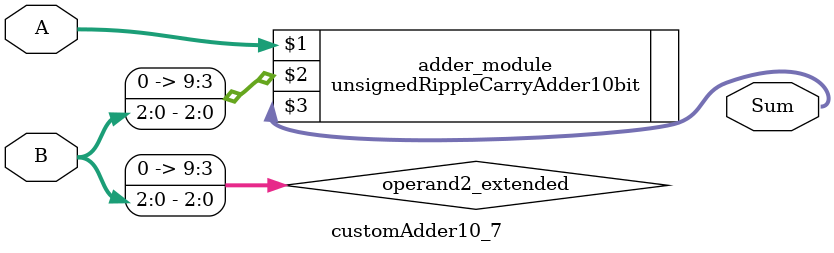
<source format=v>

module customAdder10_7(
                    input [9 : 0] A,
                    input [2 : 0] B,
                    
                    output [10 : 0] Sum
            );

    wire [9 : 0] operand2_extended;
    
    assign operand2_extended =  {7'b0, B};
    
    unsignedRippleCarryAdder10bit adder_module(
        A,
        operand2_extended,
        Sum
    );
    
endmodule
        
</source>
